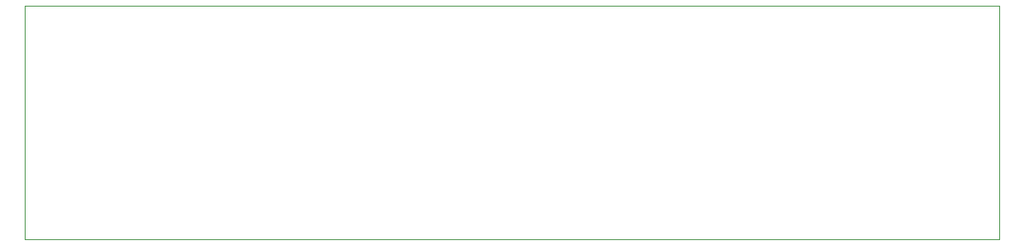
<source format=gbr>
G04 #@! TF.GenerationSoftware,KiCad,Pcbnew,(5.1.5)-3*
G04 #@! TF.CreationDate,2020-01-15T23:11:06-05:00*
G04 #@! TF.ProjectId,STM32_Klipper_Expander,53544d33-325f-44b6-9c69-707065725f45,rev?*
G04 #@! TF.SameCoordinates,Original*
G04 #@! TF.FileFunction,Profile,NP*
%FSLAX46Y46*%
G04 Gerber Fmt 4.6, Leading zero omitted, Abs format (unit mm)*
G04 Created by KiCad (PCBNEW (5.1.5)-3) date 2020-01-15 23:11:06*
%MOMM*%
%LPD*%
G04 APERTURE LIST*
%ADD10C,0.050000*%
G04 APERTURE END LIST*
D10*
X100000000Y-76000000D02*
X100000000Y-100000000D01*
X200000000Y-76000000D02*
X100000000Y-76000000D01*
X200000000Y-100000000D02*
X200000000Y-76000000D01*
X100000000Y-100000000D02*
X200000000Y-100000000D01*
M02*

</source>
